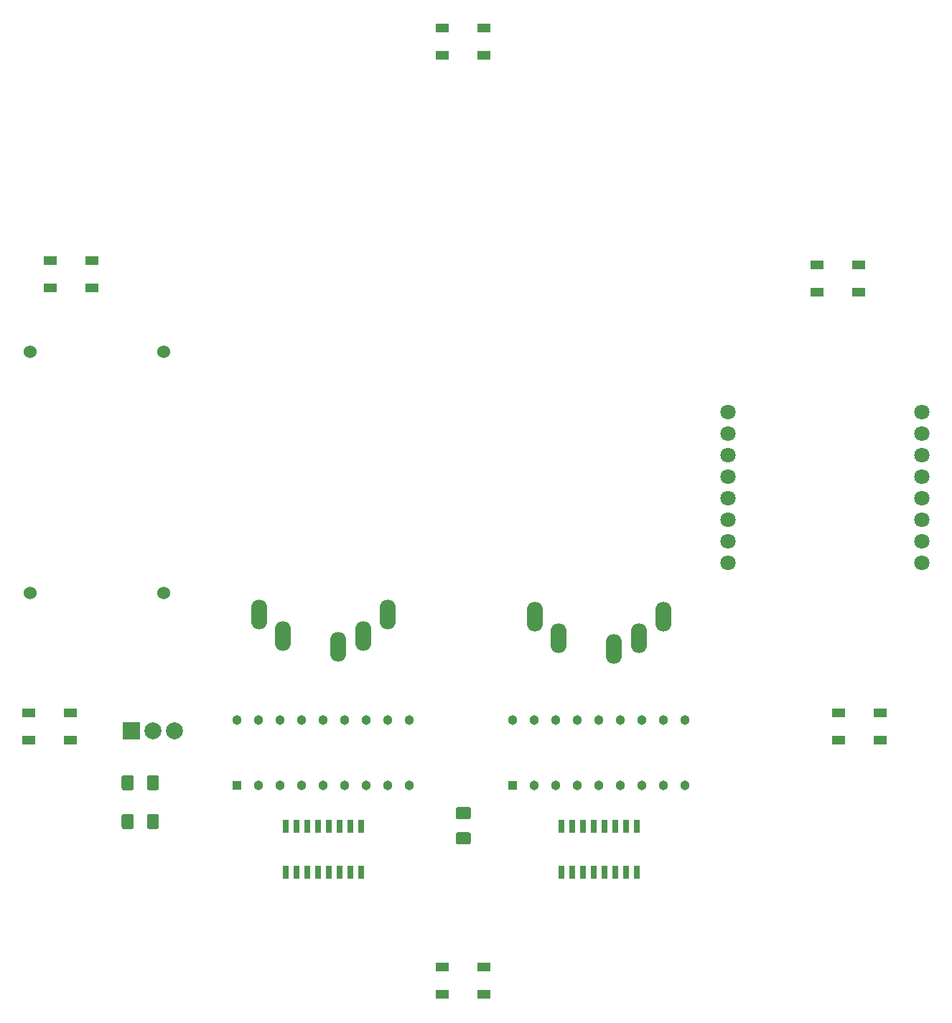
<source format=gbr>
G04 #@! TF.GenerationSoftware,KiCad,Pcbnew,(5.1.4)-1*
G04 #@! TF.CreationDate,2020-02-10T21:36:07-05:00*
G04 #@! TF.ProjectId,xmas,786d6173-2e6b-4696-9361-645f70636258,rev?*
G04 #@! TF.SameCoordinates,Original*
G04 #@! TF.FileFunction,Soldermask,Top*
G04 #@! TF.FilePolarity,Negative*
%FSLAX46Y46*%
G04 Gerber Fmt 4.6, Leading zero omitted, Abs format (unit mm)*
G04 Created by KiCad (PCBNEW (5.1.4)-1) date 2020-02-10 21:36:07*
%MOMM*%
%LPD*%
G04 APERTURE LIST*
%ADD10C,1.524000*%
%ADD11R,1.500000X1.000000*%
%ADD12C,1.800000*%
%ADD13C,2.000000*%
%ADD14R,2.000000X2.000000*%
%ADD15C,0.100000*%
%ADD16C,1.425000*%
%ADD17O,1.900000X3.500000*%
%ADD18C,1.133000*%
%ADD19R,1.133000X1.133000*%
%ADD20R,0.650000X1.525000*%
G04 APERTURE END LIST*
D10*
X153162000Y-85852000D03*
X137414000Y-85852000D03*
X153162000Y-57404000D03*
X137414000Y-57404000D03*
D11*
X235114000Y-50368000D03*
X235114000Y-47168000D03*
X230214000Y-50368000D03*
X230214000Y-47168000D03*
D12*
X219710000Y-64516000D03*
X219710000Y-67056000D03*
X219710000Y-69596000D03*
X219710000Y-72136000D03*
X219710000Y-74676000D03*
X219710000Y-77216000D03*
X219710000Y-79756000D03*
X219710000Y-82296000D03*
X242570000Y-82296000D03*
X242570000Y-79756000D03*
X242570000Y-77216000D03*
X242570000Y-74676000D03*
X242570000Y-72136000D03*
X242570000Y-69596000D03*
X242570000Y-67056000D03*
X242570000Y-64516000D03*
D13*
X154432000Y-102108000D03*
X151892000Y-102108000D03*
D14*
X149352000Y-102108000D03*
D15*
G36*
X152342504Y-111902204D02*
G01*
X152366773Y-111905804D01*
X152390571Y-111911765D01*
X152413671Y-111920030D01*
X152435849Y-111930520D01*
X152456893Y-111943133D01*
X152476598Y-111957747D01*
X152494777Y-111974223D01*
X152511253Y-111992402D01*
X152525867Y-112012107D01*
X152538480Y-112033151D01*
X152548970Y-112055329D01*
X152557235Y-112078429D01*
X152563196Y-112102227D01*
X152566796Y-112126496D01*
X152568000Y-112151000D01*
X152568000Y-113401000D01*
X152566796Y-113425504D01*
X152563196Y-113449773D01*
X152557235Y-113473571D01*
X152548970Y-113496671D01*
X152538480Y-113518849D01*
X152525867Y-113539893D01*
X152511253Y-113559598D01*
X152494777Y-113577777D01*
X152476598Y-113594253D01*
X152456893Y-113608867D01*
X152435849Y-113621480D01*
X152413671Y-113631970D01*
X152390571Y-113640235D01*
X152366773Y-113646196D01*
X152342504Y-113649796D01*
X152318000Y-113651000D01*
X151393000Y-113651000D01*
X151368496Y-113649796D01*
X151344227Y-113646196D01*
X151320429Y-113640235D01*
X151297329Y-113631970D01*
X151275151Y-113621480D01*
X151254107Y-113608867D01*
X151234402Y-113594253D01*
X151216223Y-113577777D01*
X151199747Y-113559598D01*
X151185133Y-113539893D01*
X151172520Y-113518849D01*
X151162030Y-113496671D01*
X151153765Y-113473571D01*
X151147804Y-113449773D01*
X151144204Y-113425504D01*
X151143000Y-113401000D01*
X151143000Y-112151000D01*
X151144204Y-112126496D01*
X151147804Y-112102227D01*
X151153765Y-112078429D01*
X151162030Y-112055329D01*
X151172520Y-112033151D01*
X151185133Y-112012107D01*
X151199747Y-111992402D01*
X151216223Y-111974223D01*
X151234402Y-111957747D01*
X151254107Y-111943133D01*
X151275151Y-111930520D01*
X151297329Y-111920030D01*
X151320429Y-111911765D01*
X151344227Y-111905804D01*
X151368496Y-111902204D01*
X151393000Y-111901000D01*
X152318000Y-111901000D01*
X152342504Y-111902204D01*
X152342504Y-111902204D01*
G37*
D16*
X151855500Y-112776000D03*
D15*
G36*
X149367504Y-111902204D02*
G01*
X149391773Y-111905804D01*
X149415571Y-111911765D01*
X149438671Y-111920030D01*
X149460849Y-111930520D01*
X149481893Y-111943133D01*
X149501598Y-111957747D01*
X149519777Y-111974223D01*
X149536253Y-111992402D01*
X149550867Y-112012107D01*
X149563480Y-112033151D01*
X149573970Y-112055329D01*
X149582235Y-112078429D01*
X149588196Y-112102227D01*
X149591796Y-112126496D01*
X149593000Y-112151000D01*
X149593000Y-113401000D01*
X149591796Y-113425504D01*
X149588196Y-113449773D01*
X149582235Y-113473571D01*
X149573970Y-113496671D01*
X149563480Y-113518849D01*
X149550867Y-113539893D01*
X149536253Y-113559598D01*
X149519777Y-113577777D01*
X149501598Y-113594253D01*
X149481893Y-113608867D01*
X149460849Y-113621480D01*
X149438671Y-113631970D01*
X149415571Y-113640235D01*
X149391773Y-113646196D01*
X149367504Y-113649796D01*
X149343000Y-113651000D01*
X148418000Y-113651000D01*
X148393496Y-113649796D01*
X148369227Y-113646196D01*
X148345429Y-113640235D01*
X148322329Y-113631970D01*
X148300151Y-113621480D01*
X148279107Y-113608867D01*
X148259402Y-113594253D01*
X148241223Y-113577777D01*
X148224747Y-113559598D01*
X148210133Y-113539893D01*
X148197520Y-113518849D01*
X148187030Y-113496671D01*
X148178765Y-113473571D01*
X148172804Y-113449773D01*
X148169204Y-113425504D01*
X148168000Y-113401000D01*
X148168000Y-112151000D01*
X148169204Y-112126496D01*
X148172804Y-112102227D01*
X148178765Y-112078429D01*
X148187030Y-112055329D01*
X148197520Y-112033151D01*
X148210133Y-112012107D01*
X148224747Y-111992402D01*
X148241223Y-111974223D01*
X148259402Y-111957747D01*
X148279107Y-111943133D01*
X148300151Y-111930520D01*
X148322329Y-111920030D01*
X148345429Y-111911765D01*
X148369227Y-111905804D01*
X148393496Y-111902204D01*
X148418000Y-111901000D01*
X149343000Y-111901000D01*
X149367504Y-111902204D01*
X149367504Y-111902204D01*
G37*
D16*
X148880500Y-112776000D03*
D15*
G36*
X149367504Y-107330204D02*
G01*
X149391773Y-107333804D01*
X149415571Y-107339765D01*
X149438671Y-107348030D01*
X149460849Y-107358520D01*
X149481893Y-107371133D01*
X149501598Y-107385747D01*
X149519777Y-107402223D01*
X149536253Y-107420402D01*
X149550867Y-107440107D01*
X149563480Y-107461151D01*
X149573970Y-107483329D01*
X149582235Y-107506429D01*
X149588196Y-107530227D01*
X149591796Y-107554496D01*
X149593000Y-107579000D01*
X149593000Y-108829000D01*
X149591796Y-108853504D01*
X149588196Y-108877773D01*
X149582235Y-108901571D01*
X149573970Y-108924671D01*
X149563480Y-108946849D01*
X149550867Y-108967893D01*
X149536253Y-108987598D01*
X149519777Y-109005777D01*
X149501598Y-109022253D01*
X149481893Y-109036867D01*
X149460849Y-109049480D01*
X149438671Y-109059970D01*
X149415571Y-109068235D01*
X149391773Y-109074196D01*
X149367504Y-109077796D01*
X149343000Y-109079000D01*
X148418000Y-109079000D01*
X148393496Y-109077796D01*
X148369227Y-109074196D01*
X148345429Y-109068235D01*
X148322329Y-109059970D01*
X148300151Y-109049480D01*
X148279107Y-109036867D01*
X148259402Y-109022253D01*
X148241223Y-109005777D01*
X148224747Y-108987598D01*
X148210133Y-108967893D01*
X148197520Y-108946849D01*
X148187030Y-108924671D01*
X148178765Y-108901571D01*
X148172804Y-108877773D01*
X148169204Y-108853504D01*
X148168000Y-108829000D01*
X148168000Y-107579000D01*
X148169204Y-107554496D01*
X148172804Y-107530227D01*
X148178765Y-107506429D01*
X148187030Y-107483329D01*
X148197520Y-107461151D01*
X148210133Y-107440107D01*
X148224747Y-107420402D01*
X148241223Y-107402223D01*
X148259402Y-107385747D01*
X148279107Y-107371133D01*
X148300151Y-107358520D01*
X148322329Y-107348030D01*
X148345429Y-107339765D01*
X148369227Y-107333804D01*
X148393496Y-107330204D01*
X148418000Y-107329000D01*
X149343000Y-107329000D01*
X149367504Y-107330204D01*
X149367504Y-107330204D01*
G37*
D16*
X148880500Y-108204000D03*
D15*
G36*
X152342504Y-107330204D02*
G01*
X152366773Y-107333804D01*
X152390571Y-107339765D01*
X152413671Y-107348030D01*
X152435849Y-107358520D01*
X152456893Y-107371133D01*
X152476598Y-107385747D01*
X152494777Y-107402223D01*
X152511253Y-107420402D01*
X152525867Y-107440107D01*
X152538480Y-107461151D01*
X152548970Y-107483329D01*
X152557235Y-107506429D01*
X152563196Y-107530227D01*
X152566796Y-107554496D01*
X152568000Y-107579000D01*
X152568000Y-108829000D01*
X152566796Y-108853504D01*
X152563196Y-108877773D01*
X152557235Y-108901571D01*
X152548970Y-108924671D01*
X152538480Y-108946849D01*
X152525867Y-108967893D01*
X152511253Y-108987598D01*
X152494777Y-109005777D01*
X152476598Y-109022253D01*
X152456893Y-109036867D01*
X152435849Y-109049480D01*
X152413671Y-109059970D01*
X152390571Y-109068235D01*
X152366773Y-109074196D01*
X152342504Y-109077796D01*
X152318000Y-109079000D01*
X151393000Y-109079000D01*
X151368496Y-109077796D01*
X151344227Y-109074196D01*
X151320429Y-109068235D01*
X151297329Y-109059970D01*
X151275151Y-109049480D01*
X151254107Y-109036867D01*
X151234402Y-109022253D01*
X151216223Y-109005777D01*
X151199747Y-108987598D01*
X151185133Y-108967893D01*
X151172520Y-108946849D01*
X151162030Y-108924671D01*
X151153765Y-108901571D01*
X151147804Y-108877773D01*
X151144204Y-108853504D01*
X151143000Y-108829000D01*
X151143000Y-107579000D01*
X151144204Y-107554496D01*
X151147804Y-107530227D01*
X151153765Y-107506429D01*
X151162030Y-107483329D01*
X151172520Y-107461151D01*
X151185133Y-107440107D01*
X151199747Y-107420402D01*
X151216223Y-107402223D01*
X151234402Y-107385747D01*
X151254107Y-107371133D01*
X151275151Y-107358520D01*
X151297329Y-107348030D01*
X151320429Y-107339765D01*
X151344227Y-107333804D01*
X151368496Y-107330204D01*
X151393000Y-107329000D01*
X152318000Y-107329000D01*
X152342504Y-107330204D01*
X152342504Y-107330204D01*
G37*
D16*
X151855500Y-108204000D03*
D11*
X232754000Y-100000000D03*
X232754000Y-103200000D03*
X237654000Y-100000000D03*
X237654000Y-103200000D03*
X190918000Y-133172000D03*
X190918000Y-129972000D03*
X186018000Y-133172000D03*
X186018000Y-129972000D03*
X137250000Y-100000000D03*
X137250000Y-103200000D03*
X142150000Y-100000000D03*
X142150000Y-103200000D03*
X139790000Y-46660000D03*
X139790000Y-49860000D03*
X144690000Y-46660000D03*
X144690000Y-49860000D03*
X186018000Y-19228000D03*
X186018000Y-22428000D03*
X190918000Y-19228000D03*
X190918000Y-22428000D03*
D15*
G36*
X189117504Y-111085204D02*
G01*
X189141773Y-111088804D01*
X189165571Y-111094765D01*
X189188671Y-111103030D01*
X189210849Y-111113520D01*
X189231893Y-111126133D01*
X189251598Y-111140747D01*
X189269777Y-111157223D01*
X189286253Y-111175402D01*
X189300867Y-111195107D01*
X189313480Y-111216151D01*
X189323970Y-111238329D01*
X189332235Y-111261429D01*
X189338196Y-111285227D01*
X189341796Y-111309496D01*
X189343000Y-111334000D01*
X189343000Y-112259000D01*
X189341796Y-112283504D01*
X189338196Y-112307773D01*
X189332235Y-112331571D01*
X189323970Y-112354671D01*
X189313480Y-112376849D01*
X189300867Y-112397893D01*
X189286253Y-112417598D01*
X189269777Y-112435777D01*
X189251598Y-112452253D01*
X189231893Y-112466867D01*
X189210849Y-112479480D01*
X189188671Y-112489970D01*
X189165571Y-112498235D01*
X189141773Y-112504196D01*
X189117504Y-112507796D01*
X189093000Y-112509000D01*
X187843000Y-112509000D01*
X187818496Y-112507796D01*
X187794227Y-112504196D01*
X187770429Y-112498235D01*
X187747329Y-112489970D01*
X187725151Y-112479480D01*
X187704107Y-112466867D01*
X187684402Y-112452253D01*
X187666223Y-112435777D01*
X187649747Y-112417598D01*
X187635133Y-112397893D01*
X187622520Y-112376849D01*
X187612030Y-112354671D01*
X187603765Y-112331571D01*
X187597804Y-112307773D01*
X187594204Y-112283504D01*
X187593000Y-112259000D01*
X187593000Y-111334000D01*
X187594204Y-111309496D01*
X187597804Y-111285227D01*
X187603765Y-111261429D01*
X187612030Y-111238329D01*
X187622520Y-111216151D01*
X187635133Y-111195107D01*
X187649747Y-111175402D01*
X187666223Y-111157223D01*
X187684402Y-111140747D01*
X187704107Y-111126133D01*
X187725151Y-111113520D01*
X187747329Y-111103030D01*
X187770429Y-111094765D01*
X187794227Y-111088804D01*
X187818496Y-111085204D01*
X187843000Y-111084000D01*
X189093000Y-111084000D01*
X189117504Y-111085204D01*
X189117504Y-111085204D01*
G37*
D16*
X188468000Y-111796500D03*
D15*
G36*
X189117504Y-114060204D02*
G01*
X189141773Y-114063804D01*
X189165571Y-114069765D01*
X189188671Y-114078030D01*
X189210849Y-114088520D01*
X189231893Y-114101133D01*
X189251598Y-114115747D01*
X189269777Y-114132223D01*
X189286253Y-114150402D01*
X189300867Y-114170107D01*
X189313480Y-114191151D01*
X189323970Y-114213329D01*
X189332235Y-114236429D01*
X189338196Y-114260227D01*
X189341796Y-114284496D01*
X189343000Y-114309000D01*
X189343000Y-115234000D01*
X189341796Y-115258504D01*
X189338196Y-115282773D01*
X189332235Y-115306571D01*
X189323970Y-115329671D01*
X189313480Y-115351849D01*
X189300867Y-115372893D01*
X189286253Y-115392598D01*
X189269777Y-115410777D01*
X189251598Y-115427253D01*
X189231893Y-115441867D01*
X189210849Y-115454480D01*
X189188671Y-115464970D01*
X189165571Y-115473235D01*
X189141773Y-115479196D01*
X189117504Y-115482796D01*
X189093000Y-115484000D01*
X187843000Y-115484000D01*
X187818496Y-115482796D01*
X187794227Y-115479196D01*
X187770429Y-115473235D01*
X187747329Y-115464970D01*
X187725151Y-115454480D01*
X187704107Y-115441867D01*
X187684402Y-115427253D01*
X187666223Y-115410777D01*
X187649747Y-115392598D01*
X187635133Y-115372893D01*
X187622520Y-115351849D01*
X187612030Y-115329671D01*
X187603765Y-115306571D01*
X187597804Y-115282773D01*
X187594204Y-115258504D01*
X187593000Y-115234000D01*
X187593000Y-114309000D01*
X187594204Y-114284496D01*
X187597804Y-114260227D01*
X187603765Y-114236429D01*
X187612030Y-114213329D01*
X187622520Y-114191151D01*
X187635133Y-114170107D01*
X187649747Y-114150402D01*
X187666223Y-114132223D01*
X187684402Y-114115747D01*
X187704107Y-114101133D01*
X187725151Y-114088520D01*
X187747329Y-114078030D01*
X187770429Y-114069765D01*
X187794227Y-114063804D01*
X187818496Y-114060204D01*
X187843000Y-114059000D01*
X189093000Y-114059000D01*
X189117504Y-114060204D01*
X189117504Y-114060204D01*
G37*
D16*
X188468000Y-114771500D03*
D17*
X199719359Y-91186000D03*
X196896445Y-88646000D03*
X212090000Y-88646000D03*
X209220640Y-91186000D03*
X206248000Y-92456000D03*
X167207359Y-90932000D03*
X164384445Y-88392000D03*
X179578000Y-88392000D03*
X176708640Y-90932000D03*
X173736000Y-92202000D03*
D18*
X161798000Y-100782000D03*
X164338000Y-100782000D03*
X166878000Y-100782000D03*
X169418000Y-100782000D03*
X171958000Y-100782000D03*
X174498000Y-100782000D03*
X177038000Y-100782000D03*
X179578000Y-100782000D03*
X182118000Y-100782000D03*
X182118000Y-108514000D03*
X179578000Y-108514000D03*
X177038000Y-108514000D03*
X174498000Y-108514000D03*
X171958000Y-108514000D03*
X169418000Y-108514000D03*
X166878000Y-108514000D03*
X164338000Y-108514000D03*
D19*
X161798000Y-108514000D03*
D20*
X167513000Y-118790000D03*
X168783000Y-118790000D03*
X170053000Y-118790000D03*
X171323000Y-118790000D03*
X172593000Y-118790000D03*
X173863000Y-118790000D03*
X175133000Y-118790000D03*
X176403000Y-118790000D03*
X176403000Y-113366000D03*
X175133000Y-113366000D03*
X173863000Y-113366000D03*
X172593000Y-113366000D03*
X171323000Y-113366000D03*
X170053000Y-113366000D03*
X168783000Y-113366000D03*
X167513000Y-113366000D03*
X200025000Y-113366000D03*
X201295000Y-113366000D03*
X202565000Y-113366000D03*
X203835000Y-113366000D03*
X205105000Y-113366000D03*
X206375000Y-113366000D03*
X207645000Y-113366000D03*
X208915000Y-113366000D03*
X208915000Y-118790000D03*
X207645000Y-118790000D03*
X206375000Y-118790000D03*
X205105000Y-118790000D03*
X203835000Y-118790000D03*
X202565000Y-118790000D03*
X201295000Y-118790000D03*
X200025000Y-118790000D03*
D19*
X194310000Y-108514000D03*
D18*
X196850000Y-108514000D03*
X199390000Y-108514000D03*
X201930000Y-108514000D03*
X204470000Y-108514000D03*
X207010000Y-108514000D03*
X209550000Y-108514000D03*
X212090000Y-108514000D03*
X214630000Y-108514000D03*
X214630000Y-100782000D03*
X212090000Y-100782000D03*
X209550000Y-100782000D03*
X207010000Y-100782000D03*
X204470000Y-100782000D03*
X201930000Y-100782000D03*
X199390000Y-100782000D03*
X196850000Y-100782000D03*
X194310000Y-100782000D03*
M02*

</source>
